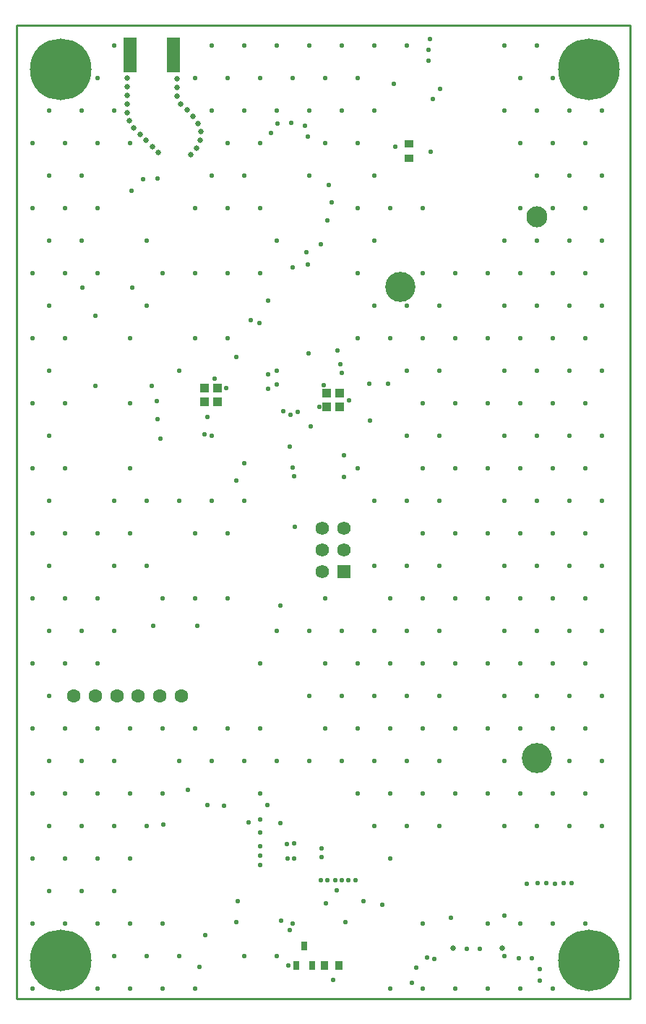
<source format=gbs>
G04*
G04 #@! TF.GenerationSoftware,Altium Limited,Altium Designer,18.1.7 (191)*
G04*
G04 Layer_Color=16711935*
%FSLAX25Y25*%
%MOIN*%
G70*
G01*
G75*
%ADD14C,0.01000*%
%ADD87R,0.04252X0.03465*%
%ADD89R,0.06299X0.16299*%
%ADD101R,0.04252X0.04055*%
%ADD108R,0.03465X0.04252*%
%ADD110C,0.28400*%
%ADD111C,0.02900*%
%ADD112R,0.06221X0.06221*%
%ADD113C,0.06221*%
%ADD114C,0.02559*%
%ADD115C,0.06315*%
%ADD116C,0.13898*%
%ADD117C,0.09724*%
%ADD118C,0.02306*%
%ADD119C,0.02606*%
%ADD140R,0.02677X0.04252*%
D14*
X28500Y-500D02*
Y448500D01*
Y-500D02*
X28800D01*
X311500D01*
X311500Y448500D02*
X311500Y-500D01*
X28500Y448500D02*
X311500D01*
D87*
X209500Y387154D02*
D03*
Y393847D02*
D03*
D89*
X101000Y434642D02*
D03*
X81000D02*
D03*
D101*
X121100Y274850D02*
D03*
X121100Y281150D02*
D03*
X177700Y278650D02*
D03*
Y272350D02*
D03*
X115100Y274850D02*
D03*
Y281150D02*
D03*
X171700Y278650D02*
D03*
Y272350D02*
D03*
D108*
X177146Y14800D02*
D03*
X170454Y14800D02*
D03*
D110*
X292406Y17000D02*
D03*
X49000D02*
D03*
X292656Y428000D02*
D03*
X49000D02*
D03*
D111*
X283812Y22469D02*
D03*
X296000Y26531D02*
D03*
X301000Y22469D02*
D03*
X302562Y17000D02*
D03*
X301000Y11531D02*
D03*
X296000Y7469D02*
D03*
X288812D02*
D03*
X283812Y11531D02*
D03*
X282250Y17000D02*
D03*
X288812Y26531D02*
D03*
X40406Y22469D02*
D03*
X52594Y26531D02*
D03*
X57594Y22469D02*
D03*
X59156Y17000D02*
D03*
X57594Y11531D02*
D03*
X52594Y7469D02*
D03*
X45406D02*
D03*
X40406Y11531D02*
D03*
X38844Y17000D02*
D03*
X45406Y26531D02*
D03*
X284063Y433469D02*
D03*
X296250Y437531D02*
D03*
X301250Y433469D02*
D03*
X302813Y428000D02*
D03*
X301250Y422531D02*
D03*
X296250Y418469D02*
D03*
X289062D02*
D03*
X284063Y422531D02*
D03*
X282500Y428000D02*
D03*
X289062Y437531D02*
D03*
X40406Y433469D02*
D03*
X52594Y437531D02*
D03*
X57594Y433469D02*
D03*
X59156Y428000D02*
D03*
X57594Y422531D02*
D03*
X52594Y418469D02*
D03*
X45406D02*
D03*
X40406Y422531D02*
D03*
X38844Y428000D02*
D03*
X45406Y437531D02*
D03*
D112*
X179500Y196500D02*
D03*
D113*
X169500D02*
D03*
X179500Y206500D02*
D03*
X169500D02*
D03*
X179500Y216500D02*
D03*
X169500D02*
D03*
D114*
X229745Y22700D02*
D03*
X252500D02*
D03*
D115*
X104449Y139100D02*
D03*
X94567D02*
D03*
X84685D02*
D03*
X64882D02*
D03*
X74764D02*
D03*
X55000D02*
D03*
D116*
X205508Y327823D02*
D03*
X268500Y110500D02*
D03*
D117*
X268500Y360185D02*
D03*
D118*
X298500Y409000D02*
D03*
X291000Y394000D02*
D03*
X298500Y379000D02*
D03*
X291000Y364000D02*
D03*
X298500Y349000D02*
D03*
X291000Y334000D02*
D03*
X298500Y319000D02*
D03*
X291000Y304000D02*
D03*
X298500Y289000D02*
D03*
X291000Y274000D02*
D03*
X298500Y259000D02*
D03*
X291000Y244000D02*
D03*
X298500Y229000D02*
D03*
X291000Y214000D02*
D03*
X298500Y199000D02*
D03*
X291000Y184000D02*
D03*
X298500Y169000D02*
D03*
X291000Y154000D02*
D03*
X298500Y139000D02*
D03*
X291000Y124000D02*
D03*
X298500Y109000D02*
D03*
X291000Y94000D02*
D03*
X298500Y79000D02*
D03*
X291000Y34000D02*
D03*
X276000Y424000D02*
D03*
X283500Y409000D02*
D03*
X276000Y394000D02*
D03*
X283500Y379000D02*
D03*
X276000Y364000D02*
D03*
X283500Y349000D02*
D03*
X276000Y334000D02*
D03*
X283500Y319000D02*
D03*
X276000Y304000D02*
D03*
X283500Y289000D02*
D03*
X276000Y274000D02*
D03*
X283500Y259000D02*
D03*
X276000Y244000D02*
D03*
X283500Y229000D02*
D03*
X276000Y214000D02*
D03*
X283500Y199000D02*
D03*
X276000Y184000D02*
D03*
X283500Y169000D02*
D03*
X276000Y154000D02*
D03*
X283500Y139000D02*
D03*
X276000Y124000D02*
D03*
X283500Y109000D02*
D03*
X276000Y94000D02*
D03*
X283500Y79000D02*
D03*
X276000Y34000D02*
D03*
Y4000D02*
D03*
X268500Y439000D02*
D03*
X261000Y424000D02*
D03*
X268500Y409000D02*
D03*
X261000Y394000D02*
D03*
X268500Y379000D02*
D03*
X261000Y364000D02*
D03*
X268500Y349000D02*
D03*
X261000Y334000D02*
D03*
X268500Y319000D02*
D03*
X261000Y304000D02*
D03*
X268500Y289000D02*
D03*
X261000Y274000D02*
D03*
X268500Y259000D02*
D03*
X261000Y244000D02*
D03*
X268500Y229000D02*
D03*
X261000Y214000D02*
D03*
X268500Y199000D02*
D03*
X261000Y184000D02*
D03*
X268500Y169000D02*
D03*
X261000Y154000D02*
D03*
X268500Y139000D02*
D03*
X261000Y124000D02*
D03*
Y94000D02*
D03*
X268500Y79000D02*
D03*
X261000Y34000D02*
D03*
Y4000D02*
D03*
X253500Y439000D02*
D03*
Y409000D02*
D03*
Y349000D02*
D03*
X246000Y334000D02*
D03*
X253500Y319000D02*
D03*
X246000Y304000D02*
D03*
X253500Y289000D02*
D03*
X246000Y274000D02*
D03*
X253500Y259000D02*
D03*
X246000Y244000D02*
D03*
X253500Y229000D02*
D03*
X246000Y214000D02*
D03*
X253500Y199000D02*
D03*
X246000Y184000D02*
D03*
X253500Y169000D02*
D03*
X246000Y154000D02*
D03*
X253500Y139000D02*
D03*
X246000Y124000D02*
D03*
X253500Y109000D02*
D03*
X246000Y94000D02*
D03*
X253500Y79000D02*
D03*
X246000Y34000D02*
D03*
X253500Y19000D02*
D03*
X246000Y4000D02*
D03*
X231000Y334000D02*
D03*
Y304000D02*
D03*
Y274000D02*
D03*
Y244000D02*
D03*
Y214000D02*
D03*
Y184000D02*
D03*
Y154000D02*
D03*
Y124000D02*
D03*
Y94000D02*
D03*
Y4000D02*
D03*
X216000Y364000D02*
D03*
Y334000D02*
D03*
X223500Y319000D02*
D03*
X216000Y304000D02*
D03*
X223500Y289000D02*
D03*
X216000Y274000D02*
D03*
X223500Y259000D02*
D03*
X216000Y244000D02*
D03*
X223500Y229000D02*
D03*
X216000Y214000D02*
D03*
X223500Y199000D02*
D03*
X216000Y184000D02*
D03*
X223500Y169000D02*
D03*
X216000Y154000D02*
D03*
X223500Y139000D02*
D03*
X216000Y124000D02*
D03*
X223500Y109000D02*
D03*
X216000Y94000D02*
D03*
X223500Y79000D02*
D03*
X216000Y34000D02*
D03*
Y4000D02*
D03*
X208500Y439000D02*
D03*
X201000Y364000D02*
D03*
X208500Y319000D02*
D03*
X201000Y304000D02*
D03*
X208500Y289000D02*
D03*
Y259000D02*
D03*
Y229000D02*
D03*
Y199000D02*
D03*
X201000Y184000D02*
D03*
X208500Y169000D02*
D03*
X201000Y154000D02*
D03*
X208500Y139000D02*
D03*
X201000Y124000D02*
D03*
X208500Y109000D02*
D03*
X201000Y94000D02*
D03*
X208500Y79000D02*
D03*
X201000Y64000D02*
D03*
Y4000D02*
D03*
X193500Y439000D02*
D03*
X186000Y424000D02*
D03*
X193500Y409000D02*
D03*
X186000Y394000D02*
D03*
X193500Y379000D02*
D03*
X186000Y364000D02*
D03*
X193500Y349000D02*
D03*
X186000Y334000D02*
D03*
X193500Y319000D02*
D03*
X186000Y304000D02*
D03*
Y244000D02*
D03*
X193500Y229000D02*
D03*
Y199000D02*
D03*
Y169000D02*
D03*
X186000Y154000D02*
D03*
X193500Y139000D02*
D03*
X186000Y124000D02*
D03*
X193500Y109000D02*
D03*
X186000Y94000D02*
D03*
X193500Y79000D02*
D03*
X178500Y439000D02*
D03*
X171000Y424000D02*
D03*
X178500Y409000D02*
D03*
X171000Y394000D02*
D03*
Y184000D02*
D03*
X178500Y169000D02*
D03*
X171000Y154000D02*
D03*
X178500Y139000D02*
D03*
X171000Y124000D02*
D03*
X178500Y109000D02*
D03*
X163500Y439000D02*
D03*
X156000Y424000D02*
D03*
X163500Y409000D02*
D03*
Y379000D02*
D03*
Y169000D02*
D03*
Y139000D02*
D03*
Y109000D02*
D03*
X156000Y34000D02*
D03*
X148500Y439000D02*
D03*
X141000Y424000D02*
D03*
X148500Y409000D02*
D03*
X141000Y394000D02*
D03*
Y364000D02*
D03*
X148500Y349000D02*
D03*
X141000Y334000D02*
D03*
X148500Y289000D02*
D03*
Y169000D02*
D03*
X141000Y154000D02*
D03*
Y124000D02*
D03*
X148500Y109000D02*
D03*
X141000Y94000D02*
D03*
X148500Y19000D02*
D03*
X133500Y439000D02*
D03*
X126000Y424000D02*
D03*
X133500Y409000D02*
D03*
X126000Y394000D02*
D03*
X133500Y379000D02*
D03*
X126000Y364000D02*
D03*
Y334000D02*
D03*
Y304000D02*
D03*
X133500Y229000D02*
D03*
X126000Y214000D02*
D03*
Y184000D02*
D03*
Y124000D02*
D03*
X133500Y109000D02*
D03*
Y19000D02*
D03*
X118500Y439000D02*
D03*
X111000Y424000D02*
D03*
X118500Y409000D02*
D03*
Y379000D02*
D03*
X111000Y364000D02*
D03*
Y334000D02*
D03*
Y304000D02*
D03*
X118500Y259000D02*
D03*
Y229000D02*
D03*
X111000Y214000D02*
D03*
Y184000D02*
D03*
Y124000D02*
D03*
X118500Y109000D02*
D03*
X111000Y4000D02*
D03*
X96000Y334000D02*
D03*
X103500Y289000D02*
D03*
Y229000D02*
D03*
X96000Y184000D02*
D03*
Y124000D02*
D03*
X103500Y109000D02*
D03*
X96000Y94000D02*
D03*
Y34000D02*
D03*
X103500Y19000D02*
D03*
X96000Y4000D02*
D03*
X81000Y394000D02*
D03*
X88500Y349000D02*
D03*
Y319000D02*
D03*
X81000Y304000D02*
D03*
Y274000D02*
D03*
Y244000D02*
D03*
X88500Y229000D02*
D03*
X81000Y214000D02*
D03*
X88500Y199000D02*
D03*
X81000Y124000D02*
D03*
Y94000D02*
D03*
X88500Y79000D02*
D03*
X81000Y64000D02*
D03*
Y34000D02*
D03*
X88500Y19000D02*
D03*
X81000Y4000D02*
D03*
X73500Y439000D02*
D03*
X66000Y424000D02*
D03*
X73500Y409000D02*
D03*
X66000Y394000D02*
D03*
Y364000D02*
D03*
Y334000D02*
D03*
X73500Y229000D02*
D03*
X66000Y214000D02*
D03*
X73500Y199000D02*
D03*
X66000Y184000D02*
D03*
X73500Y169000D02*
D03*
X66000Y154000D02*
D03*
Y124000D02*
D03*
X73500Y109000D02*
D03*
X66000Y94000D02*
D03*
X73500Y79000D02*
D03*
X66000Y64000D02*
D03*
X73500Y49000D02*
D03*
X66000Y34000D02*
D03*
X73500Y19000D02*
D03*
X66000Y4000D02*
D03*
X58500Y409000D02*
D03*
X51000Y394000D02*
D03*
X58500Y379000D02*
D03*
X51000Y364000D02*
D03*
X58500Y349000D02*
D03*
X51000Y334000D02*
D03*
Y304000D02*
D03*
Y274000D02*
D03*
Y244000D02*
D03*
Y214000D02*
D03*
Y184000D02*
D03*
X58500Y169000D02*
D03*
X51000Y154000D02*
D03*
Y124000D02*
D03*
X58500Y109000D02*
D03*
X51000Y94000D02*
D03*
X58500Y79000D02*
D03*
X51000Y64000D02*
D03*
X58500Y49000D02*
D03*
X51000Y34000D02*
D03*
X43500Y409000D02*
D03*
X36000Y394000D02*
D03*
X43500Y379000D02*
D03*
X36000Y364000D02*
D03*
X43500Y349000D02*
D03*
X36000Y334000D02*
D03*
X43500Y319000D02*
D03*
X36000Y304000D02*
D03*
X43500Y289000D02*
D03*
X36000Y274000D02*
D03*
X43500Y259000D02*
D03*
X36000Y244000D02*
D03*
X43500Y229000D02*
D03*
X36000Y214000D02*
D03*
X43500Y199000D02*
D03*
X36000Y184000D02*
D03*
X43500Y169000D02*
D03*
X36000Y154000D02*
D03*
X43500Y139000D02*
D03*
X36000Y124000D02*
D03*
X43500Y109000D02*
D03*
X36000Y94000D02*
D03*
X43500Y79000D02*
D03*
X36000Y64000D02*
D03*
X43500Y49000D02*
D03*
X36000Y34000D02*
D03*
Y4000D02*
D03*
X116700Y267663D02*
D03*
X140500Y311000D02*
D03*
X115225Y281025D02*
D03*
X209400Y387000D02*
D03*
X209700Y393800D02*
D03*
X202716Y421400D02*
D03*
X151700Y270400D02*
D03*
X158200Y270000D02*
D03*
X236100Y22400D02*
D03*
X242087Y22429D02*
D03*
X124100Y88400D02*
D03*
X116600Y88600D02*
D03*
X136700Y312276D02*
D03*
X140900Y65400D02*
D03*
X169200Y68900D02*
D03*
X169167Y64911D02*
D03*
X156600Y64000D02*
D03*
X153700D02*
D03*
X156400Y70984D02*
D03*
X153100Y70900D02*
D03*
X144200Y88900D02*
D03*
X150200Y80400D02*
D03*
X96100Y79600D02*
D03*
X107600Y95600D02*
D03*
X176200Y49500D02*
D03*
X180300Y34900D02*
D03*
X269800Y7800D02*
D03*
Y13100D02*
D03*
X212900Y13800D02*
D03*
X211000Y6600D02*
D03*
X228900Y36700D02*
D03*
X253600Y37800D02*
D03*
X266200Y18000D02*
D03*
X260200Y18100D02*
D03*
X221200Y17800D02*
D03*
X217800Y18300D02*
D03*
X220400Y414300D02*
D03*
X219200Y442100D02*
D03*
X218500Y437200D02*
D03*
X218600Y432200D02*
D03*
X148900Y403100D02*
D03*
X145900Y398800D02*
D03*
X155300Y403400D02*
D03*
X161700Y402200D02*
D03*
X163000Y397100D02*
D03*
X162800Y338200D02*
D03*
X155900Y336700D02*
D03*
X162300Y343800D02*
D03*
X93700Y377800D02*
D03*
X86800Y377400D02*
D03*
X81500Y372200D02*
D03*
X115100Y259700D02*
D03*
X94800Y257600D02*
D03*
X93100Y275000D02*
D03*
X93700Y266800D02*
D03*
X164300Y263500D02*
D03*
X129760Y295253D02*
D03*
X163100Y297100D02*
D03*
X144600Y280900D02*
D03*
X144400Y287500D02*
D03*
X148600Y282700D02*
D03*
X119800Y285300D02*
D03*
X130500Y44300D02*
D03*
X129900Y34900D02*
D03*
X150400Y35500D02*
D03*
X154400Y31200D02*
D03*
X154900Y268900D02*
D03*
X115500Y28600D02*
D03*
X112800Y14100D02*
D03*
X170200Y282300D02*
D03*
X191200Y283100D02*
D03*
X200000D02*
D03*
X150200Y180900D02*
D03*
X171200Y43500D02*
D03*
X197200Y42800D02*
D03*
X174400Y8100D02*
D03*
X153872Y14772D02*
D03*
X188600Y44300D02*
D03*
X179500Y250000D02*
D03*
Y240000D02*
D03*
X154500Y254000D02*
D03*
X156000Y244500D02*
D03*
X191500Y266000D02*
D03*
X168150Y272350D02*
D03*
X176500Y298500D02*
D03*
X178000Y292000D02*
D03*
X178500Y288000D02*
D03*
X182000Y275500D02*
D03*
X172681Y374819D02*
D03*
X156500Y240500D02*
D03*
X157000Y217000D02*
D03*
X144500Y321500D02*
D03*
X133500Y246500D02*
D03*
X130000Y238500D02*
D03*
X81772Y327394D02*
D03*
X91000Y282000D02*
D03*
X112000Y171500D02*
D03*
X91500D02*
D03*
X59000Y327500D02*
D03*
X65000Y314500D02*
D03*
Y282000D02*
D03*
X173894Y366606D02*
D03*
X172000Y358500D02*
D03*
X169000Y347500D02*
D03*
X219500Y390000D02*
D03*
X203350Y392350D02*
D03*
X185000Y54000D02*
D03*
X169000D02*
D03*
X172000D02*
D03*
X178500D02*
D03*
X175500D02*
D03*
X277000Y52500D02*
D03*
X264000D02*
D03*
X269000Y52658D02*
D03*
X284500D02*
D03*
X141000Y82000D02*
D03*
Y76000D02*
D03*
Y69750D02*
D03*
Y61000D02*
D03*
X181500Y54000D02*
D03*
X281000Y52658D02*
D03*
X273000D02*
D03*
X135484Y80768D02*
D03*
X125350Y281150D02*
D03*
X224000Y419000D02*
D03*
D119*
X107150Y409294D02*
D03*
X112315Y403220D02*
D03*
X109978Y406465D02*
D03*
X102575Y419721D02*
D03*
Y423721D02*
D03*
X104321Y412122D02*
D03*
X102575Y415721D02*
D03*
X113422Y399376D02*
D03*
X113187Y395382D02*
D03*
X108802Y388836D02*
D03*
X111570Y391724D02*
D03*
X80473Y404356D02*
D03*
X91172Y392534D02*
D03*
X94023Y389728D02*
D03*
X82699Y401032D02*
D03*
X88343Y395363D02*
D03*
X85515Y398191D02*
D03*
X79425Y424230D02*
D03*
Y420230D02*
D03*
Y416230D02*
D03*
Y412230D02*
D03*
X79481Y408230D02*
D03*
D140*
X165040Y14773D02*
D03*
X157560Y14772D02*
D03*
X161300Y23828D02*
D03*
M02*

</source>
